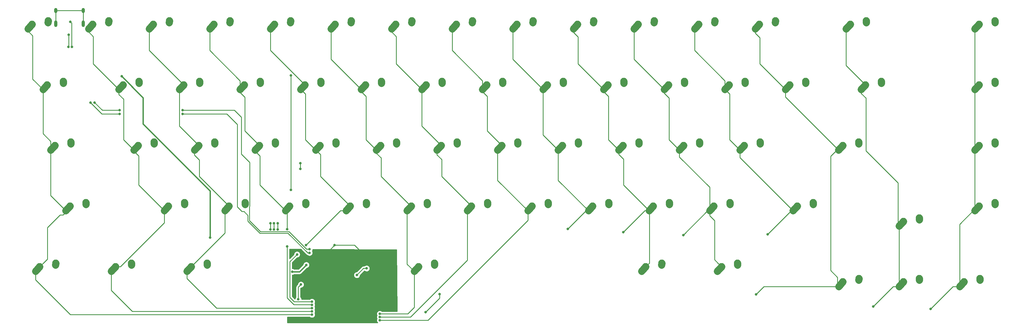
<source format=gtl>
G04 #@! TF.GenerationSoftware,KiCad,Pcbnew,(5.1.5)-3*
G04 #@! TF.CreationDate,2020-02-18T21:35:31-05:00*
G04 #@! TF.ProjectId,Keyboard PCB,4b657962-6f61-4726-9420-5043422e6b69,rev?*
G04 #@! TF.SameCoordinates,Original*
G04 #@! TF.FileFunction,Copper,L1,Top*
G04 #@! TF.FilePolarity,Positive*
%FSLAX46Y46*%
G04 Gerber Fmt 4.6, Leading zero omitted, Abs format (unit mm)*
G04 Created by KiCad (PCBNEW (5.1.5)-3) date 2020-02-18 21:35:31*
%MOMM*%
%LPD*%
G04 APERTURE LIST*
%ADD10C,2.250000*%
%ADD11C,2.250000*%
%ADD12O,1.000000X2.100000*%
%ADD13O,1.000000X1.600000*%
%ADD14C,0.800000*%
%ADD15C,0.254000*%
%ADD16C,0.381000*%
G04 APERTURE END LIST*
D10*
X41950000Y119093750D03*
D11*
X40640000Y117633750D02*
X41950002Y119093750D01*
D10*
X46990000Y120173750D03*
D11*
X46950000Y119593750D02*
X46990000Y120173750D01*
D12*
X30353000Y119264000D03*
X38993000Y119264000D03*
D13*
X30353000Y123444000D03*
X38993000Y123444000D03*
D10*
X22900000Y119093750D03*
D11*
X21590000Y117633750D02*
X22900002Y119093750D01*
D10*
X27940000Y120173750D03*
D11*
X27900000Y119593750D02*
X27940000Y120173750D01*
D10*
X315793750Y38131250D03*
D11*
X314483750Y36671250D02*
X315793752Y38131250D01*
D10*
X320833750Y39211250D03*
D11*
X320793750Y38631250D02*
X320833750Y39211250D01*
D10*
X320556750Y61943750D03*
D11*
X319246750Y60483750D02*
X320556752Y61943750D01*
D10*
X325596750Y63023750D03*
D11*
X325556750Y62443750D02*
X325596750Y63023750D01*
D10*
X103862500Y61943750D03*
D11*
X102552500Y60483750D02*
X103862502Y61943750D01*
D10*
X108902500Y63023750D03*
D11*
X108862500Y62443750D02*
X108902500Y63023750D01*
D10*
X84812500Y61943750D03*
D11*
X83502500Y60483750D02*
X84812502Y61943750D01*
D10*
X89852500Y63023750D03*
D11*
X89812500Y62443750D02*
X89852500Y63023750D01*
D10*
X122912500Y61943750D03*
D11*
X121602500Y60483750D02*
X122912502Y61943750D01*
D10*
X127952500Y63023750D03*
D11*
X127912500Y62443750D02*
X127952500Y63023750D01*
D10*
X144343750Y42893750D03*
D11*
X143033750Y41433750D02*
X144343752Y42893750D01*
D10*
X149383750Y43973750D03*
D11*
X149343750Y43393750D02*
X149383750Y43973750D01*
D10*
X277747750Y38130750D03*
D11*
X276437750Y36670750D02*
X277747752Y38130750D01*
D10*
X282787750Y39210750D03*
D11*
X282747750Y38630750D02*
X282787750Y39210750D01*
D10*
X320556250Y81011250D03*
D11*
X319246250Y79551250D02*
X320556252Y81011250D01*
D10*
X325596250Y82091250D03*
D11*
X325556250Y81511250D02*
X325596250Y82091250D01*
D10*
X320556250Y100061250D03*
D11*
X319246250Y98601250D02*
X320556252Y100061250D01*
D10*
X325596250Y101141250D03*
D11*
X325556250Y100561250D02*
X325596250Y101141250D01*
D10*
X320556250Y119111250D03*
D11*
X319246250Y117651250D02*
X320556252Y119111250D01*
D10*
X325596250Y120191250D03*
D11*
X325556250Y119611250D02*
X325596250Y120191250D01*
D10*
X296743750Y38131250D03*
D11*
X295433750Y36671250D02*
X296743752Y38131250D01*
D10*
X301783750Y39211250D03*
D11*
X301743750Y38631250D02*
X301783750Y39211250D01*
D10*
X296743750Y57130750D03*
D11*
X295433750Y55670750D02*
X296743752Y57130750D01*
D10*
X301783750Y58210750D03*
D11*
X301743750Y57630750D02*
X301783750Y58210750D01*
D10*
X261025000Y100043750D03*
D11*
X259715000Y98583750D02*
X261025002Y100043750D01*
D10*
X266065000Y101123750D03*
D11*
X266025000Y100543750D02*
X266065000Y101123750D01*
D10*
X251500000Y119093750D03*
D11*
X250190000Y117633750D02*
X251500002Y119093750D01*
D10*
X256540000Y120173750D03*
D11*
X256500000Y119593750D02*
X256540000Y120173750D01*
D10*
X277693750Y80993750D03*
D11*
X276383750Y79533750D02*
X277693752Y80993750D01*
D10*
X282733750Y82073750D03*
D11*
X282693750Y81493750D02*
X282733750Y82073750D01*
D10*
X284837500Y100043750D03*
D11*
X283527500Y98583750D02*
X284837502Y100043750D01*
D10*
X289877500Y101123750D03*
D11*
X289837500Y100543750D02*
X289877500Y101123750D01*
D10*
X280075000Y119093750D03*
D11*
X278765000Y117633750D02*
X280075002Y119093750D01*
D10*
X285115000Y120173750D03*
D11*
X285075000Y119593750D02*
X285115000Y120173750D01*
D10*
X263406250Y61943750D03*
D11*
X262096250Y60483750D02*
X263406252Y61943750D01*
D10*
X268446250Y63023750D03*
D11*
X268406250Y62443750D02*
X268446250Y63023750D01*
D10*
X246737500Y80993750D03*
D11*
X245427500Y79533750D02*
X246737502Y80993750D01*
D10*
X251777500Y82073750D03*
D11*
X251737500Y81493750D02*
X251777500Y82073750D01*
D10*
X241975000Y100043750D03*
D11*
X240665000Y98583750D02*
X241975002Y100043750D01*
D10*
X247015000Y101123750D03*
D11*
X246975000Y100543750D02*
X247015000Y101123750D01*
D10*
X232450000Y119093750D03*
D11*
X231140000Y117633750D02*
X232450002Y119093750D01*
D10*
X237490000Y120173750D03*
D11*
X237450000Y119593750D02*
X237490000Y120173750D01*
D10*
X239593750Y42893750D03*
D11*
X238283750Y41433750D02*
X239593752Y42893750D01*
D10*
X244633750Y43973750D03*
D11*
X244593750Y43393750D02*
X244633750Y43973750D01*
D10*
X237212500Y61943750D03*
D11*
X235902500Y60483750D02*
X237212502Y61943750D01*
D10*
X242252500Y63023750D03*
D11*
X242212500Y62443750D02*
X242252500Y63023750D01*
D10*
X227687500Y80993750D03*
D11*
X226377500Y79533750D02*
X227687502Y80993750D01*
D10*
X232727500Y82073750D03*
D11*
X232687500Y81493750D02*
X232727500Y82073750D01*
D10*
X222925000Y100043750D03*
D11*
X221615000Y98583750D02*
X222925002Y100043750D01*
D10*
X227965000Y101123750D03*
D11*
X227925000Y100543750D02*
X227965000Y101123750D01*
D10*
X213400000Y119093750D03*
D11*
X212090000Y117633750D02*
X213400002Y119093750D01*
D10*
X218440000Y120173750D03*
D11*
X218400000Y119593750D02*
X218440000Y120173750D01*
D10*
X215781250Y42893750D03*
D11*
X214471250Y41433750D02*
X215781252Y42893750D01*
D10*
X220821250Y43973750D03*
D11*
X220781250Y43393750D02*
X220821250Y43973750D01*
D10*
X218162500Y61943750D03*
D11*
X216852500Y60483750D02*
X218162502Y61943750D01*
D10*
X223202500Y63023750D03*
D11*
X223162500Y62443750D02*
X223202500Y63023750D01*
D10*
X208637500Y80993750D03*
D11*
X207327500Y79533750D02*
X208637502Y80993750D01*
D10*
X213677500Y82073750D03*
D11*
X213637500Y81493750D02*
X213677500Y82073750D01*
D10*
X203875000Y100043750D03*
D11*
X202565000Y98583750D02*
X203875002Y100043750D01*
D10*
X208915000Y101123750D03*
D11*
X208875000Y100543750D02*
X208915000Y101123750D01*
D10*
X194350000Y119093750D03*
D11*
X193040000Y117633750D02*
X194350002Y119093750D01*
D10*
X199390000Y120173750D03*
D11*
X199350000Y119593750D02*
X199390000Y120173750D01*
D10*
X199112500Y61943750D03*
D11*
X197802500Y60483750D02*
X199112502Y61943750D01*
D10*
X204152500Y63023750D03*
D11*
X204112500Y62443750D02*
X204152500Y63023750D01*
D10*
X189587500Y80993750D03*
D11*
X188277500Y79533750D02*
X189587502Y80993750D01*
D10*
X194627500Y82073750D03*
D11*
X194587500Y81493750D02*
X194627500Y82073750D01*
D10*
X184825000Y100043750D03*
D11*
X183515000Y98583750D02*
X184825002Y100043750D01*
D10*
X189865000Y101123750D03*
D11*
X189825000Y100543750D02*
X189865000Y101123750D01*
D10*
X175300000Y119093750D03*
D11*
X173990000Y117633750D02*
X175300002Y119093750D01*
D10*
X180340000Y120173750D03*
D11*
X180300000Y119593750D02*
X180340000Y120173750D01*
D10*
X180062500Y61943750D03*
D11*
X178752500Y60483750D02*
X180062502Y61943750D01*
D10*
X185102500Y63023750D03*
D11*
X185062500Y62443750D02*
X185102500Y63023750D01*
D10*
X170537500Y80993750D03*
D11*
X169227500Y79533750D02*
X170537502Y80993750D01*
D10*
X175577500Y82073750D03*
D11*
X175537500Y81493750D02*
X175577500Y82073750D01*
D10*
X165775000Y100043750D03*
D11*
X164465000Y98583750D02*
X165775002Y100043750D01*
D10*
X170815000Y101123750D03*
D11*
X170775000Y100543750D02*
X170815000Y101123750D01*
D10*
X156250000Y119093750D03*
D11*
X154940000Y117633750D02*
X156250002Y119093750D01*
D10*
X161290000Y120173750D03*
D11*
X161250000Y119593750D02*
X161290000Y120173750D01*
D10*
X161012500Y61943750D03*
D11*
X159702500Y60483750D02*
X161012502Y61943750D01*
D10*
X166052500Y63023750D03*
D11*
X166012500Y62443750D02*
X166052500Y63023750D01*
D10*
X151487500Y80993750D03*
D11*
X150177500Y79533750D02*
X151487502Y80993750D01*
D10*
X156527500Y82073750D03*
D11*
X156487500Y81493750D02*
X156527500Y82073750D01*
D10*
X146725000Y100043750D03*
D11*
X145415000Y98583750D02*
X146725002Y100043750D01*
D10*
X151765000Y101123750D03*
D11*
X151725000Y100543750D02*
X151765000Y101123750D01*
D10*
X137200000Y119093750D03*
D11*
X135890000Y117633750D02*
X137200002Y119093750D01*
D10*
X142240000Y120173750D03*
D11*
X142200000Y119593750D02*
X142240000Y120173750D01*
D10*
X142089500Y61943750D03*
D11*
X140779500Y60483750D02*
X142089502Y61943750D01*
D10*
X147129500Y63023750D03*
D11*
X147089500Y62443750D02*
X147129500Y63023750D01*
D10*
X132437500Y80993750D03*
D11*
X131127500Y79533750D02*
X132437502Y80993750D01*
D10*
X137477500Y82073750D03*
D11*
X137437500Y81493750D02*
X137477500Y82073750D01*
D10*
X127675000Y100043750D03*
D11*
X126365000Y98583750D02*
X127675002Y100043750D01*
D10*
X132715000Y101123750D03*
D11*
X132675000Y100543750D02*
X132715000Y101123750D01*
D10*
X118150000Y119093750D03*
D11*
X116840000Y117633750D02*
X118150002Y119093750D01*
D10*
X123190000Y120173750D03*
D11*
X123150000Y119593750D02*
X123190000Y120173750D01*
D10*
X113387500Y80993750D03*
D11*
X112077500Y79533750D02*
X113387502Y80993750D01*
D10*
X118427500Y82073750D03*
D11*
X118387500Y81493750D02*
X118427500Y82073750D01*
D10*
X108625000Y100043750D03*
D11*
X107315000Y98583750D02*
X108625002Y100043750D01*
D10*
X113665000Y101123750D03*
D11*
X113625000Y100543750D02*
X113665000Y101123750D01*
D10*
X99100000Y119093750D03*
D11*
X97790000Y117633750D02*
X99100002Y119093750D01*
D10*
X104140000Y120173750D03*
D11*
X104100000Y119593750D02*
X104140000Y120173750D01*
D10*
X94337500Y80993750D03*
D11*
X93027500Y79533750D02*
X94337502Y80993750D01*
D10*
X99377500Y82073750D03*
D11*
X99337500Y81493750D02*
X99377500Y82073750D01*
D10*
X89575000Y100043750D03*
D11*
X88265000Y98583750D02*
X89575002Y100043750D01*
D10*
X94615000Y101123750D03*
D11*
X94575000Y100543750D02*
X94615000Y101123750D01*
D10*
X80050000Y119093750D03*
D11*
X78740000Y117633750D02*
X80050002Y119093750D01*
D10*
X85090000Y120173750D03*
D11*
X85050000Y119593750D02*
X85090000Y120173750D01*
D10*
X72906250Y42893750D03*
D11*
X71596250Y41433750D02*
X72906252Y42893750D01*
D10*
X77946250Y43973750D03*
D11*
X77906250Y43393750D02*
X77946250Y43973750D01*
D10*
X75287500Y80993750D03*
D11*
X73977500Y79533750D02*
X75287502Y80993750D01*
D10*
X80327500Y82073750D03*
D11*
X80287500Y81493750D02*
X80327500Y82073750D01*
D10*
X70525000Y100043750D03*
D11*
X69215000Y98583750D02*
X70525002Y100043750D01*
D10*
X75565000Y101123750D03*
D11*
X75525000Y100543750D02*
X75565000Y101123750D01*
D10*
X61000000Y119093750D03*
D11*
X59690000Y117633750D02*
X61000002Y119093750D01*
D10*
X66040000Y120173750D03*
D11*
X66000000Y119593750D02*
X66040000Y120173750D01*
D10*
X49093750Y42893750D03*
D11*
X47783750Y41433750D02*
X49093752Y42893750D01*
D10*
X54133750Y43973750D03*
D11*
X54093750Y43393750D02*
X54133750Y43973750D01*
D10*
X65762500Y61943750D03*
D11*
X64452500Y60483750D02*
X65762502Y61943750D01*
D10*
X70802500Y63023750D03*
D11*
X70762500Y62443750D02*
X70802500Y63023750D01*
D10*
X56237500Y80993750D03*
D11*
X54927500Y79533750D02*
X56237502Y80993750D01*
D10*
X61277500Y82073750D03*
D11*
X61237500Y81493750D02*
X61277500Y82073750D01*
D10*
X51475000Y100043750D03*
D11*
X50165000Y98583750D02*
X51475002Y100043750D01*
D10*
X56515000Y101123750D03*
D11*
X56475000Y100543750D02*
X56515000Y101123750D01*
D10*
X25281250Y42893750D03*
D11*
X23971250Y41433750D02*
X25281252Y42893750D01*
D10*
X30321250Y43973750D03*
D11*
X30281250Y43393750D02*
X30321250Y43973750D01*
D10*
X34806250Y61943750D03*
D11*
X33496250Y60483750D02*
X34806252Y61943750D01*
D10*
X39846250Y63023750D03*
D11*
X39806250Y62443750D02*
X39846250Y63023750D01*
D10*
X30043750Y80993750D03*
D11*
X28733750Y79533750D02*
X30043752Y80993750D01*
D10*
X35083750Y82073750D03*
D11*
X35043750Y81493750D02*
X35083750Y82073750D01*
D10*
X27662500Y100043750D03*
D11*
X26352500Y98583750D02*
X27662502Y100043750D01*
D10*
X32702500Y101123750D03*
D11*
X32662500Y100543750D02*
X32702500Y101123750D01*
D14*
X135636000Y34544000D03*
X135636000Y30353000D03*
X117983000Y49657000D03*
X126904750Y45402500D03*
X113376001Y42129001D03*
X104648000Y41275000D03*
X109093000Y43434000D03*
X78867000Y52070000D03*
X51037691Y102724001D03*
X124968000Y40259000D03*
X128047750Y42354500D03*
X100076000Y54610000D03*
X100076000Y56515000D03*
X104267000Y102997000D03*
X104267000Y67056000D03*
X107188000Y73660000D03*
X107188000Y75438000D03*
X98933000Y54610000D03*
X98933000Y56515000D03*
X97790000Y54610000D03*
X97790000Y56515000D03*
X110871000Y27813000D03*
X110871000Y28829000D03*
X110871000Y29845000D03*
X110871000Y30861000D03*
X103060500Y49212500D03*
X103060500Y54673500D03*
X110871000Y31877000D03*
X106172000Y46736000D03*
X108981394Y49641606D03*
X132207000Y28067000D03*
X132207000Y27051000D03*
X132207000Y26035000D03*
X191293750Y54768750D03*
X208756250Y53721000D03*
X227584000Y52832000D03*
X254127000Y53086000D03*
X250444000Y34163000D03*
X287274000Y30353000D03*
X305320739Y29603739D03*
X34417000Y115824000D03*
X34290000Y112014000D03*
X110109000Y47244000D03*
X70231000Y90932000D03*
X50419000Y90932000D03*
X41275000Y94488000D03*
X34925000Y119888000D03*
X35433000Y112014000D03*
X110109000Y48387000D03*
X70231000Y92075000D03*
X50419000Y92075000D03*
X42545000Y94488000D03*
X151003000Y34290000D03*
X146558000Y28575000D03*
X107383616Y37269384D03*
X106573740Y32659740D03*
D15*
X117983000Y49657000D02*
X124206000Y49657000D01*
X126904750Y46958250D02*
X126904750Y45402500D01*
X124206000Y49657000D02*
X126904750Y46958250D01*
X113376001Y45050001D02*
X117983000Y49657000D01*
X113376001Y42129001D02*
X113376001Y45050001D01*
X135636000Y30918685D02*
X135636000Y34544000D01*
X135636000Y30353000D02*
X135636000Y30918685D01*
X30353000Y119264000D02*
X30353000Y123444000D01*
X38239000Y123444000D02*
X30353000Y123444000D01*
X38993000Y123444000D02*
X38239000Y123444000D01*
X38993000Y122390000D02*
X38993000Y119264000D01*
X38993000Y123444000D02*
X38993000Y122390000D01*
D16*
X57789499Y87804693D02*
X78867000Y66727192D01*
X57789499Y95972193D02*
X57789499Y87804693D01*
X51037691Y102724001D02*
X51037691Y102724001D01*
X78867000Y66727192D02*
X78867000Y52070000D01*
X78867000Y52070000D02*
X78867000Y52070000D01*
X106934000Y41275000D02*
X109093000Y43434000D01*
X104648000Y41275000D02*
X106934000Y41275000D01*
X51037691Y102724001D02*
X57789499Y95972193D01*
D15*
X127063500Y42354500D02*
X128047750Y42354500D01*
X124968000Y40259000D02*
X127063500Y42354500D01*
X104267000Y102997000D02*
X104267000Y102997000D01*
X104267000Y102997000D02*
X104267000Y67056000D01*
X100076000Y54610000D02*
X100076000Y56515000D01*
X107188000Y73660000D02*
X107188000Y75438000D01*
X98933000Y54610000D02*
X98933000Y56515000D01*
X97790000Y56515000D02*
X97790000Y54610000D01*
X23079099Y115477901D02*
X23079099Y101857151D01*
X23079099Y101857151D02*
X26352500Y98583750D01*
X21590000Y116967000D02*
X23079099Y115477901D01*
X21590000Y117633750D02*
X21590000Y116967000D01*
X28733750Y82303750D02*
X28733750Y79533750D01*
X26352500Y84685000D02*
X28733750Y82303750D01*
X26352500Y98583750D02*
X26352500Y84685000D01*
X28733750Y65246250D02*
X33496250Y60483750D01*
X28733750Y79533750D02*
X28733750Y65246250D01*
X27689151Y45301651D02*
X26406249Y44018749D01*
X27689151Y55185613D02*
X27689151Y45301651D01*
X26406249Y44018749D02*
X25281250Y42893750D01*
X31649289Y59145751D02*
X27689151Y55185613D01*
X32602751Y59145751D02*
X31649289Y59145751D01*
X33496250Y60039250D02*
X32602751Y59145751D01*
X33496250Y60483750D02*
X33496250Y60039250D01*
X37205066Y27813000D02*
X110871000Y27813000D01*
X23971250Y41433750D02*
X23971250Y38760816D01*
X34919066Y27813000D02*
X37205066Y27813000D01*
X23971250Y38760816D02*
X34919066Y27813000D01*
X50684740Y42893750D02*
X49093750Y42893750D01*
X64452500Y56661510D02*
X50684740Y42893750D01*
X64452500Y60483750D02*
X64452500Y56661510D01*
X56416599Y77695401D02*
X56416599Y68519651D01*
X56416599Y68519651D02*
X64452500Y60483750D01*
X54927500Y79184500D02*
X56416599Y77695401D01*
X54927500Y79533750D02*
X54927500Y79184500D01*
X51654099Y82807151D02*
X54927500Y79533750D01*
X51654099Y95538901D02*
X51654099Y82807151D01*
X50165000Y97028000D02*
X51654099Y95538901D01*
X50165000Y98583750D02*
X50165000Y97028000D01*
X42129099Y106619651D02*
X50165000Y98583750D01*
X42129099Y115223901D02*
X42129099Y106619651D01*
X40640000Y116713000D02*
X42129099Y115223901D01*
X40640000Y117633750D02*
X40640000Y116713000D01*
X47783750Y35463788D02*
X47783750Y41433750D01*
X110871000Y28829000D02*
X54418538Y28829000D01*
X54418538Y28829000D02*
X47783750Y35463788D01*
X59690000Y110878750D02*
X70525000Y100043750D01*
X59690000Y117633750D02*
X59690000Y110878750D01*
X69215000Y87066250D02*
X75287500Y80993750D01*
X69215000Y98583750D02*
X69215000Y87066250D01*
X83687501Y63068749D02*
X84812500Y61943750D01*
X75466599Y71289651D02*
X83687501Y63068749D01*
X75466599Y76425401D02*
X75466599Y71289651D01*
X73977500Y77914500D02*
X75466599Y76425401D01*
X73977500Y79533750D02*
X73977500Y77914500D01*
X71596250Y41583750D02*
X71596250Y41433750D01*
X83502500Y53490000D02*
X71596250Y41583750D01*
X83502500Y60483750D02*
X83502500Y53490000D01*
X71596250Y41433750D02*
X71596250Y39148712D01*
X83185962Y29845000D02*
X110871000Y29845000D01*
X71596250Y39148712D02*
X80899962Y29845000D01*
X80899962Y29845000D02*
X83185962Y29845000D01*
X88265000Y101353750D02*
X88265000Y98583750D01*
X78740000Y110878750D02*
X88265000Y101353750D01*
X78740000Y117633750D02*
X78740000Y110878750D01*
X93212501Y82118749D02*
X94337500Y80993750D01*
X89754099Y85577151D02*
X93212501Y82118749D01*
X88265000Y97663000D02*
X89754099Y96173901D01*
X89754099Y96173901D02*
X89754099Y85577151D01*
X88265000Y98583750D02*
X88265000Y97663000D01*
X94516599Y68519651D02*
X102552500Y60483750D01*
X94516599Y77695401D02*
X94516599Y68519651D01*
X93027500Y79184500D02*
X94516599Y77695401D01*
X93027500Y79533750D02*
X93027500Y79184500D01*
X103124000Y59912250D02*
X102552500Y60483750D01*
X103060500Y59975750D02*
X102552500Y60483750D01*
X103060500Y33083500D02*
X103060500Y49212500D01*
X110871000Y30988000D02*
X105156000Y30988000D01*
X105156000Y30988000D02*
X103060500Y33083500D01*
X103060500Y54673500D02*
X103060500Y59975750D01*
X97790000Y110878750D02*
X108625000Y100043750D01*
X97790000Y117633750D02*
X97790000Y110878750D01*
X108804099Y97157783D02*
X108804099Y82807151D01*
X108804099Y82807151D02*
X112077500Y79533750D01*
X107378132Y98583750D02*
X108804099Y97157783D01*
X107315000Y98583750D02*
X107378132Y98583750D01*
X121787501Y63068749D02*
X122912500Y61943750D01*
X113566599Y71289651D02*
X121787501Y63068749D01*
X113566599Y78076401D02*
X113566599Y71289651D01*
X112109250Y79533750D02*
X113566599Y78076401D01*
X112077500Y79533750D02*
X112109250Y79533750D01*
X121602500Y60483750D02*
X121093538Y60483750D01*
X103920999Y44484999D02*
X106172000Y46736000D01*
X103920999Y33239001D02*
X103920999Y44484999D01*
X110871000Y31877000D02*
X105283000Y31877000D01*
X105283000Y31877000D02*
X103920999Y33239001D01*
X119823538Y60483750D02*
X108981394Y49641606D01*
X121602500Y60483750D02*
X119823538Y60483750D01*
X116840000Y108108750D02*
X126365000Y98583750D01*
X116840000Y117633750D02*
X116840000Y108108750D01*
X127854099Y82807151D02*
X131127500Y79533750D01*
X127854099Y96427901D02*
X127854099Y82807151D01*
X126365000Y97917000D02*
X127854099Y96427901D01*
X126365000Y98583750D02*
X126365000Y97917000D01*
X140837501Y63068749D02*
X141962500Y61943750D01*
X132616599Y71289651D02*
X140837501Y63068749D01*
X131127500Y78549500D02*
X132616599Y77060401D01*
X132616599Y77060401D02*
X132616599Y71289651D01*
X131127500Y79533750D02*
X131127500Y78549500D01*
X142524788Y41433750D02*
X143033750Y41433750D01*
X143033750Y30130750D02*
X143033750Y41433750D01*
X132207000Y28067000D02*
X140970000Y28067000D01*
X140970000Y28067000D02*
X143033750Y30130750D01*
X140779500Y43688000D02*
X140779500Y60483750D01*
X143033750Y41433750D02*
X140779500Y43688000D01*
X137379099Y115223901D02*
X137379099Y106619651D01*
X135890000Y116713000D02*
X137379099Y115223901D01*
X137379099Y106619651D02*
X145415000Y98583750D01*
X135890000Y117633750D02*
X135890000Y116713000D01*
X145415000Y87066250D02*
X151487500Y80993750D01*
X145415000Y98583750D02*
X145415000Y87066250D01*
X151666599Y71289651D02*
X159887501Y63068749D01*
X151666599Y76552401D02*
X151666599Y71289651D01*
X150177500Y78041500D02*
X151666599Y76552401D01*
X159887501Y63068749D02*
X161012500Y61943750D01*
X150177500Y79533750D02*
X150177500Y78041500D01*
X159193538Y60483750D02*
X159702500Y60483750D01*
X159702500Y44893538D02*
X159702500Y60483750D01*
X132207000Y27051000D02*
X141859962Y27051000D01*
X141859962Y27051000D02*
X159702500Y44893538D01*
X164465000Y101353750D02*
X164465000Y98583750D01*
X154940000Y110878750D02*
X164465000Y101353750D01*
X154940000Y117633750D02*
X154940000Y110878750D01*
X165954099Y85577151D02*
X169412501Y82118749D01*
X165954099Y96427901D02*
X165954099Y85577151D01*
X169412501Y82118749D02*
X170537500Y80993750D01*
X164465000Y97917000D02*
X165954099Y96427901D01*
X164465000Y98583750D02*
X164465000Y97917000D01*
X169227500Y70008750D02*
X178752500Y60483750D01*
X169227500Y79533750D02*
X169227500Y70008750D01*
X178752500Y57434788D02*
X178752500Y60483750D01*
X147352712Y26035000D02*
X178752500Y57434788D01*
X132207000Y26035000D02*
X147352712Y26035000D01*
X173990000Y108108750D02*
X183515000Y98583750D01*
X173990000Y117633750D02*
X173990000Y108108750D01*
X183515000Y84296250D02*
X188277500Y79533750D01*
X183515000Y98583750D02*
X183515000Y84296250D01*
X188277500Y70008750D02*
X197802500Y60483750D01*
X188277500Y79533750D02*
X188277500Y70008750D01*
X197293538Y60483750D02*
X197802500Y60483750D01*
X197135750Y60483750D02*
X197802500Y60483750D01*
X197008750Y60483750D02*
X191293750Y54768750D01*
X197802500Y60483750D02*
X197008750Y60483750D01*
X194529099Y106619651D02*
X202565000Y98583750D01*
X194529099Y115096901D02*
X194529099Y106619651D01*
X193040000Y116586000D02*
X194529099Y115096901D01*
X193040000Y117633750D02*
X193040000Y116586000D01*
X204054099Y96427901D02*
X204054099Y82807151D01*
X202565000Y97917000D02*
X204054099Y96427901D01*
X204054099Y82807151D02*
X207327500Y79533750D01*
X202565000Y98583750D02*
X202565000Y97917000D01*
X208816599Y76679401D02*
X208816599Y68519651D01*
X207327500Y78168500D02*
X208816599Y76679401D01*
X208816599Y68519651D02*
X216852500Y60483750D01*
X207327500Y79533750D02*
X207327500Y78168500D01*
X216906249Y60430001D02*
X216906249Y44018749D01*
X216906249Y44018749D02*
X215781250Y42893750D01*
X216852500Y60483750D02*
X216906249Y60430001D01*
X216343538Y60483750D02*
X216852500Y60483750D01*
X215519000Y60483750D02*
X216852500Y60483750D01*
X208756250Y53721000D02*
X215519000Y60483750D01*
X212090000Y108108750D02*
X221615000Y98583750D01*
X212090000Y117633750D02*
X212090000Y108108750D01*
X223104099Y82807151D02*
X226377500Y79533750D01*
X223104099Y95919901D02*
X223104099Y82807151D01*
X221615000Y97409000D02*
X223104099Y95919901D01*
X221615000Y98583750D02*
X221615000Y97409000D01*
X235902500Y67843816D02*
X235902500Y60483750D01*
X226377500Y77368816D02*
X235902500Y67843816D01*
X226377500Y79533750D02*
X226377500Y77368816D01*
X237391599Y45095901D02*
X238468751Y44018749D01*
X235902500Y58864500D02*
X237391599Y57375401D01*
X238468751Y44018749D02*
X239593750Y42893750D01*
X235902500Y60483750D02*
X235902500Y58864500D01*
X237391599Y57375401D02*
X237391599Y45095901D01*
X235235750Y60483750D02*
X235902500Y60483750D01*
X227584000Y52832000D02*
X235235750Y60483750D01*
X240665000Y101353750D02*
X240665000Y98583750D01*
X231140000Y110878750D02*
X240665000Y101353750D01*
X231140000Y117633750D02*
X231140000Y110878750D01*
X242154099Y82807151D02*
X245427500Y79533750D01*
X242154099Y97157783D02*
X242154099Y82807151D01*
X240728132Y98583750D02*
X242154099Y97157783D01*
X240665000Y98583750D02*
X240728132Y98583750D01*
X245427500Y77152500D02*
X262096250Y60483750D01*
X245427500Y79533750D02*
X245427500Y77152500D01*
X261587288Y60483750D02*
X262096250Y60483750D01*
X261524750Y60483750D02*
X262096250Y60483750D01*
X254127000Y53086000D02*
X261524750Y60483750D01*
X251679099Y106619651D02*
X259715000Y98583750D01*
X251679099Y114842901D02*
X251679099Y106619651D01*
X250190000Y116332000D02*
X251679099Y114842901D01*
X250190000Y117633750D02*
X250190000Y116332000D01*
X259715000Y96202500D02*
X276383750Y79533750D01*
X259715000Y98583750D02*
X259715000Y96202500D01*
X273911749Y77570711D02*
X273911749Y41683251D01*
X276383750Y79533750D02*
X275874788Y79533750D01*
X275874788Y79533750D02*
X273911749Y77570711D01*
X276044500Y39550500D02*
X276044500Y37458500D01*
X273911749Y41683251D02*
X276044500Y39550500D01*
X252951750Y36670750D02*
X276437750Y36670750D01*
X250444000Y34163000D02*
X252951750Y36670750D01*
X278765000Y106116250D02*
X284837500Y100043750D01*
X278765000Y117633750D02*
X278765000Y106116250D01*
X295094500Y58099490D02*
X295094500Y56508500D01*
X295094500Y69210934D02*
X295094500Y58099490D01*
X285016599Y79288835D02*
X295094500Y69210934D01*
X285016599Y95856401D02*
X285016599Y79288835D01*
X283527500Y97345500D02*
X285016599Y95856401D01*
X283527500Y98583750D02*
X283527500Y97345500D01*
X293592250Y36671250D02*
X295433750Y36671250D01*
X287274000Y30353000D02*
X293592250Y36671250D01*
X295433750Y36671250D02*
X295433750Y55670750D01*
X319771250Y99911250D02*
X318461250Y98601250D01*
X319771250Y80861250D02*
X318461250Y79551250D01*
X319771250Y61811250D02*
X318461250Y60501250D01*
X318737788Y60483750D02*
X319246750Y60483750D01*
X314483750Y56229712D02*
X318737788Y60483750D01*
X314483750Y36671250D02*
X314483750Y56229712D01*
X319246750Y79550750D02*
X319246250Y79551250D01*
X319246750Y60483750D02*
X319246750Y79550750D01*
X319246250Y79551250D02*
X319246250Y98601250D01*
X319246250Y98601250D02*
X319246250Y117651250D01*
X312388250Y36671250D02*
X314483750Y36671250D01*
X305320739Y29603739D02*
X312388250Y36671250D01*
X34417000Y115824000D02*
X34417000Y112522000D01*
X34417000Y112522000D02*
X34417000Y112141000D01*
X34417000Y112141000D02*
X34290000Y112014000D01*
X34290000Y112014000D02*
X34290000Y112014000D01*
X84074000Y90932000D02*
X70231000Y90932000D01*
X87376000Y87630000D02*
X84074000Y90932000D01*
X87376000Y61722000D02*
X87376000Y87630000D01*
X109543315Y47244000D02*
X103358326Y53428989D01*
X88871401Y60226599D02*
X87376000Y61722000D01*
X110109000Y47244000D02*
X109543315Y47244000D01*
X103358326Y53428989D02*
X94486232Y53428989D01*
X88871401Y60226599D02*
X89506401Y60226599D01*
X90736489Y57178732D02*
X94486232Y53428989D01*
X90736489Y58996511D02*
X90736489Y57178732D01*
X89506401Y60226599D02*
X90736489Y58996511D01*
X44831000Y90932000D02*
X50419000Y90932000D01*
X41275000Y94488000D02*
X44831000Y90932000D01*
X35324999Y119488001D02*
X35324999Y112540999D01*
X34925000Y119888000D02*
X35324999Y119488001D01*
X35324999Y112540999D02*
X35324999Y112249001D01*
X35324999Y112249001D02*
X35324999Y112122001D01*
X35324999Y112122001D02*
X35433000Y112014000D01*
X35433000Y112014000D02*
X35433000Y112014000D01*
X44958000Y92075000D02*
X42545000Y94488000D01*
X50419000Y92075000D02*
X44958000Y92075000D01*
X83820000Y92075000D02*
X70231000Y92075000D01*
X91304501Y61882567D02*
X91304501Y75667787D01*
X91190499Y61768565D02*
X91304501Y61882567D01*
X91304501Y75667787D02*
X88646000Y78326288D01*
X109160038Y48387000D02*
X103664039Y53882999D01*
X103664039Y53882999D02*
X94674289Y53882999D01*
X110109000Y48387000D02*
X109160038Y48387000D01*
X94674289Y53882999D02*
X91190499Y57366789D01*
X91190499Y57366789D02*
X91190499Y61768565D01*
X88646000Y78326288D02*
X88646000Y89916000D01*
X86487000Y92075000D02*
X83820000Y92075000D01*
X88646000Y89916000D02*
X86487000Y92075000D01*
X106573740Y36459508D02*
X107383616Y37269384D01*
X106573740Y32659740D02*
X106573740Y36459508D01*
X151003000Y33020000D02*
X151003000Y34290000D01*
X146558000Y28575000D02*
X151003000Y33020000D01*
G36*
X107338647Y48371037D02*
G01*
X108978036Y46731648D01*
X109001893Y46702578D01*
X109117923Y46607355D01*
X109250300Y46536598D01*
X109393937Y46493026D01*
X109396517Y46492772D01*
X109449226Y46440063D01*
X109618744Y46326795D01*
X109807102Y46248774D01*
X110007061Y46209000D01*
X110210939Y46209000D01*
X110410898Y46248774D01*
X110599256Y46326795D01*
X110768774Y46440063D01*
X110912937Y46584226D01*
X111026205Y46753744D01*
X111104226Y46942102D01*
X111144000Y47142061D01*
X111144000Y47345939D01*
X111104226Y47545898D01*
X111026205Y47734256D01*
X110971920Y47815500D01*
X111026205Y47896744D01*
X111104226Y48085102D01*
X111144000Y48285061D01*
X111144000Y48357047D01*
X137415183Y48260462D01*
X137597638Y28829000D01*
X132908711Y28829000D01*
X132866774Y28870937D01*
X132697256Y28984205D01*
X132508898Y29062226D01*
X132308939Y29102000D01*
X132105061Y29102000D01*
X131905102Y29062226D01*
X131716744Y28984205D01*
X131547226Y28870937D01*
X131403063Y28726774D01*
X131289795Y28557256D01*
X131211774Y28368898D01*
X131172000Y28168939D01*
X131172000Y27965061D01*
X131211774Y27765102D01*
X131289795Y27576744D01*
X131301651Y27559000D01*
X131289795Y27541256D01*
X131211774Y27352898D01*
X131172000Y27152939D01*
X131172000Y26949061D01*
X131211774Y26749102D01*
X131289795Y26560744D01*
X131301651Y26543000D01*
X131289795Y26525256D01*
X131211774Y26336898D01*
X131172000Y26136939D01*
X131172000Y25933061D01*
X131211774Y25733102D01*
X131289795Y25544744D01*
X131403063Y25375226D01*
X131512039Y25266250D01*
X103124000Y25266250D01*
X103124000Y27051000D01*
X110169289Y27051000D01*
X110211226Y27009063D01*
X110380744Y26895795D01*
X110569102Y26817774D01*
X110769061Y26778000D01*
X110972939Y26778000D01*
X111172898Y26817774D01*
X111361256Y26895795D01*
X111530774Y27009063D01*
X111674937Y27153226D01*
X111788205Y27322744D01*
X111866226Y27511102D01*
X111906000Y27711061D01*
X111906000Y27914939D01*
X111866226Y28114898D01*
X111788205Y28303256D01*
X111776349Y28321000D01*
X111788205Y28338744D01*
X111866226Y28527102D01*
X111906000Y28727061D01*
X111906000Y28930939D01*
X111866226Y29130898D01*
X111788205Y29319256D01*
X111776349Y29337000D01*
X111788205Y29354744D01*
X111866226Y29543102D01*
X111906000Y29743061D01*
X111906000Y29946939D01*
X111866226Y30146898D01*
X111788205Y30335256D01*
X111776349Y30353000D01*
X111788205Y30370744D01*
X111866226Y30559102D01*
X111906000Y30759061D01*
X111906000Y30962939D01*
X111866226Y31162898D01*
X111788205Y31351256D01*
X111776349Y31369000D01*
X111788205Y31386744D01*
X111866226Y31575102D01*
X111906000Y31775061D01*
X111906000Y31978939D01*
X111866226Y32178898D01*
X111788205Y32367256D01*
X111674937Y32536774D01*
X111530774Y32680937D01*
X111361256Y32794205D01*
X111172898Y32872226D01*
X110972939Y32912000D01*
X110769061Y32912000D01*
X110569102Y32872226D01*
X110380744Y32794205D01*
X110211226Y32680937D01*
X110169289Y32639000D01*
X107608740Y32639000D01*
X107608740Y32761679D01*
X107568966Y32961638D01*
X107490945Y33149996D01*
X107377677Y33319514D01*
X107335740Y33361451D01*
X107335740Y36143878D01*
X107426246Y36234384D01*
X107485555Y36234384D01*
X107685514Y36274158D01*
X107873872Y36352179D01*
X108043390Y36465447D01*
X108187553Y36609610D01*
X108300821Y36779128D01*
X108378842Y36967486D01*
X108418616Y37167445D01*
X108418616Y37371323D01*
X108378842Y37571282D01*
X108300821Y37759640D01*
X108187553Y37929158D01*
X108043390Y38073321D01*
X107873872Y38186589D01*
X107685514Y38264610D01*
X107485555Y38304384D01*
X107281677Y38304384D01*
X107081718Y38264610D01*
X106893360Y38186589D01*
X106723842Y38073321D01*
X106579679Y37929158D01*
X106466411Y37759640D01*
X106388390Y37571282D01*
X106348616Y37371323D01*
X106348616Y37312014D01*
X106061389Y37024787D01*
X106032319Y37000930D01*
X106008462Y36971860D01*
X106008461Y36971859D01*
X105937095Y36884900D01*
X105866339Y36752523D01*
X105822767Y36608886D01*
X105808054Y36459508D01*
X105811741Y36422075D01*
X105811740Y33361451D01*
X105769803Y33319514D01*
X105656535Y33149996D01*
X105578514Y32961638D01*
X105538740Y32761679D01*
X105538740Y32698891D01*
X104682999Y33554631D01*
X104682999Y40240000D01*
X104749939Y40240000D01*
X104949898Y40279774D01*
X105138256Y40357795D01*
X105142961Y40360939D01*
X123933000Y40360939D01*
X123933000Y40157061D01*
X123972774Y39957102D01*
X124050795Y39768744D01*
X124164063Y39599226D01*
X124308226Y39455063D01*
X124477744Y39341795D01*
X124666102Y39263774D01*
X124866061Y39224000D01*
X125069939Y39224000D01*
X125269898Y39263774D01*
X125458256Y39341795D01*
X125627774Y39455063D01*
X125771937Y39599226D01*
X125885205Y39768744D01*
X125963226Y39957102D01*
X126003000Y40157061D01*
X126003000Y40216370D01*
X127362585Y41575955D01*
X127387976Y41550563D01*
X127557494Y41437295D01*
X127745852Y41359274D01*
X127945811Y41319500D01*
X128149689Y41319500D01*
X128349648Y41359274D01*
X128538006Y41437295D01*
X128707524Y41550563D01*
X128851687Y41694726D01*
X128964955Y41864244D01*
X129042976Y42052602D01*
X129082750Y42252561D01*
X129082750Y42456439D01*
X129042976Y42656398D01*
X128964955Y42844756D01*
X128851687Y43014274D01*
X128707524Y43158437D01*
X128538006Y43271705D01*
X128349648Y43349726D01*
X128149689Y43389500D01*
X127945811Y43389500D01*
X127745852Y43349726D01*
X127557494Y43271705D01*
X127387976Y43158437D01*
X127346039Y43116500D01*
X127100923Y43116500D01*
X127063500Y43120186D01*
X127026077Y43116500D01*
X127026074Y43116500D01*
X126914122Y43105474D01*
X126770485Y43061902D01*
X126708864Y43028965D01*
X126638107Y42991145D01*
X126616189Y42973157D01*
X126522078Y42895922D01*
X126498216Y42866846D01*
X124925370Y41294000D01*
X124866061Y41294000D01*
X124666102Y41254226D01*
X124477744Y41176205D01*
X124308226Y41062937D01*
X124164063Y40918774D01*
X124050795Y40749256D01*
X123972774Y40560898D01*
X123933000Y40360939D01*
X105142961Y40360939D01*
X105275503Y40449500D01*
X106893450Y40449500D01*
X106934000Y40445506D01*
X106974550Y40449500D01*
X106974553Y40449500D01*
X107095826Y40461444D01*
X107251434Y40508647D01*
X107394842Y40585301D01*
X107520541Y40688459D01*
X107546398Y40719966D01*
X109233004Y42406572D01*
X109394898Y42438774D01*
X109583256Y42516795D01*
X109752774Y42630063D01*
X109896937Y42774226D01*
X110010205Y42943744D01*
X110088226Y43132102D01*
X110128000Y43332061D01*
X110128000Y43535939D01*
X110088226Y43735898D01*
X110010205Y43924256D01*
X109896937Y44093774D01*
X109752774Y44237937D01*
X109583256Y44351205D01*
X109394898Y44429226D01*
X109194939Y44469000D01*
X108991061Y44469000D01*
X108791102Y44429226D01*
X108602744Y44351205D01*
X108433226Y44237937D01*
X108289063Y44093774D01*
X108175795Y43924256D01*
X108097774Y43735898D01*
X108065572Y43574004D01*
X106592068Y42100500D01*
X105275503Y42100500D01*
X105138256Y42192205D01*
X104949898Y42270226D01*
X104749939Y42310000D01*
X104682999Y42310000D01*
X104682999Y44169369D01*
X106214631Y45701000D01*
X106273939Y45701000D01*
X106473898Y45740774D01*
X106662256Y45818795D01*
X106831774Y45932063D01*
X106975937Y46076226D01*
X107089205Y46245744D01*
X107167226Y46434102D01*
X107207000Y46634061D01*
X107207000Y46837939D01*
X107167226Y47037898D01*
X107089205Y47226256D01*
X106975937Y47395774D01*
X106831774Y47539937D01*
X106662256Y47653205D01*
X106473898Y47731226D01*
X106273939Y47771000D01*
X106070061Y47771000D01*
X105870102Y47731226D01*
X105681744Y47653205D01*
X105512226Y47539937D01*
X105368063Y47395774D01*
X105254795Y47226256D01*
X105176774Y47037898D01*
X105137000Y46837939D01*
X105137000Y46778631D01*
X103822500Y45464130D01*
X103822500Y48383964D01*
X107338647Y48371037D01*
G37*
X107338647Y48371037D02*
X108978036Y46731648D01*
X109001893Y46702578D01*
X109117923Y46607355D01*
X109250300Y46536598D01*
X109393937Y46493026D01*
X109396517Y46492772D01*
X109449226Y46440063D01*
X109618744Y46326795D01*
X109807102Y46248774D01*
X110007061Y46209000D01*
X110210939Y46209000D01*
X110410898Y46248774D01*
X110599256Y46326795D01*
X110768774Y46440063D01*
X110912937Y46584226D01*
X111026205Y46753744D01*
X111104226Y46942102D01*
X111144000Y47142061D01*
X111144000Y47345939D01*
X111104226Y47545898D01*
X111026205Y47734256D01*
X110971920Y47815500D01*
X111026205Y47896744D01*
X111104226Y48085102D01*
X111144000Y48285061D01*
X111144000Y48357047D01*
X137415183Y48260462D01*
X137597638Y28829000D01*
X132908711Y28829000D01*
X132866774Y28870937D01*
X132697256Y28984205D01*
X132508898Y29062226D01*
X132308939Y29102000D01*
X132105061Y29102000D01*
X131905102Y29062226D01*
X131716744Y28984205D01*
X131547226Y28870937D01*
X131403063Y28726774D01*
X131289795Y28557256D01*
X131211774Y28368898D01*
X131172000Y28168939D01*
X131172000Y27965061D01*
X131211774Y27765102D01*
X131289795Y27576744D01*
X131301651Y27559000D01*
X131289795Y27541256D01*
X131211774Y27352898D01*
X131172000Y27152939D01*
X131172000Y26949061D01*
X131211774Y26749102D01*
X131289795Y26560744D01*
X131301651Y26543000D01*
X131289795Y26525256D01*
X131211774Y26336898D01*
X131172000Y26136939D01*
X131172000Y25933061D01*
X131211774Y25733102D01*
X131289795Y25544744D01*
X131403063Y25375226D01*
X131512039Y25266250D01*
X103124000Y25266250D01*
X103124000Y27051000D01*
X110169289Y27051000D01*
X110211226Y27009063D01*
X110380744Y26895795D01*
X110569102Y26817774D01*
X110769061Y26778000D01*
X110972939Y26778000D01*
X111172898Y26817774D01*
X111361256Y26895795D01*
X111530774Y27009063D01*
X111674937Y27153226D01*
X111788205Y27322744D01*
X111866226Y27511102D01*
X111906000Y27711061D01*
X111906000Y27914939D01*
X111866226Y28114898D01*
X111788205Y28303256D01*
X111776349Y28321000D01*
X111788205Y28338744D01*
X111866226Y28527102D01*
X111906000Y28727061D01*
X111906000Y28930939D01*
X111866226Y29130898D01*
X111788205Y29319256D01*
X111776349Y29337000D01*
X111788205Y29354744D01*
X111866226Y29543102D01*
X111906000Y29743061D01*
X111906000Y29946939D01*
X111866226Y30146898D01*
X111788205Y30335256D01*
X111776349Y30353000D01*
X111788205Y30370744D01*
X111866226Y30559102D01*
X111906000Y30759061D01*
X111906000Y30962939D01*
X111866226Y31162898D01*
X111788205Y31351256D01*
X111776349Y31369000D01*
X111788205Y31386744D01*
X111866226Y31575102D01*
X111906000Y31775061D01*
X111906000Y31978939D01*
X111866226Y32178898D01*
X111788205Y32367256D01*
X111674937Y32536774D01*
X111530774Y32680937D01*
X111361256Y32794205D01*
X111172898Y32872226D01*
X110972939Y32912000D01*
X110769061Y32912000D01*
X110569102Y32872226D01*
X110380744Y32794205D01*
X110211226Y32680937D01*
X110169289Y32639000D01*
X107608740Y32639000D01*
X107608740Y32761679D01*
X107568966Y32961638D01*
X107490945Y33149996D01*
X107377677Y33319514D01*
X107335740Y33361451D01*
X107335740Y36143878D01*
X107426246Y36234384D01*
X107485555Y36234384D01*
X107685514Y36274158D01*
X107873872Y36352179D01*
X108043390Y36465447D01*
X108187553Y36609610D01*
X108300821Y36779128D01*
X108378842Y36967486D01*
X108418616Y37167445D01*
X108418616Y37371323D01*
X108378842Y37571282D01*
X108300821Y37759640D01*
X108187553Y37929158D01*
X108043390Y38073321D01*
X107873872Y38186589D01*
X107685514Y38264610D01*
X107485555Y38304384D01*
X107281677Y38304384D01*
X107081718Y38264610D01*
X106893360Y38186589D01*
X106723842Y38073321D01*
X106579679Y37929158D01*
X106466411Y37759640D01*
X106388390Y37571282D01*
X106348616Y37371323D01*
X106348616Y37312014D01*
X106061389Y37024787D01*
X106032319Y37000930D01*
X106008462Y36971860D01*
X106008461Y36971859D01*
X105937095Y36884900D01*
X105866339Y36752523D01*
X105822767Y36608886D01*
X105808054Y36459508D01*
X105811741Y36422075D01*
X105811740Y33361451D01*
X105769803Y33319514D01*
X105656535Y33149996D01*
X105578514Y32961638D01*
X105538740Y32761679D01*
X105538740Y32698891D01*
X104682999Y33554631D01*
X104682999Y40240000D01*
X104749939Y40240000D01*
X104949898Y40279774D01*
X105138256Y40357795D01*
X105142961Y40360939D01*
X123933000Y40360939D01*
X123933000Y40157061D01*
X123972774Y39957102D01*
X124050795Y39768744D01*
X124164063Y39599226D01*
X124308226Y39455063D01*
X124477744Y39341795D01*
X124666102Y39263774D01*
X124866061Y39224000D01*
X125069939Y39224000D01*
X125269898Y39263774D01*
X125458256Y39341795D01*
X125627774Y39455063D01*
X125771937Y39599226D01*
X125885205Y39768744D01*
X125963226Y39957102D01*
X126003000Y40157061D01*
X126003000Y40216370D01*
X127362585Y41575955D01*
X127387976Y41550563D01*
X127557494Y41437295D01*
X127745852Y41359274D01*
X127945811Y41319500D01*
X128149689Y41319500D01*
X128349648Y41359274D01*
X128538006Y41437295D01*
X128707524Y41550563D01*
X128851687Y41694726D01*
X128964955Y41864244D01*
X129042976Y42052602D01*
X129082750Y42252561D01*
X129082750Y42456439D01*
X129042976Y42656398D01*
X128964955Y42844756D01*
X128851687Y43014274D01*
X128707524Y43158437D01*
X128538006Y43271705D01*
X128349648Y43349726D01*
X128149689Y43389500D01*
X127945811Y43389500D01*
X127745852Y43349726D01*
X127557494Y43271705D01*
X127387976Y43158437D01*
X127346039Y43116500D01*
X127100923Y43116500D01*
X127063500Y43120186D01*
X127026077Y43116500D01*
X127026074Y43116500D01*
X126914122Y43105474D01*
X126770485Y43061902D01*
X126708864Y43028965D01*
X126638107Y42991145D01*
X126616189Y42973157D01*
X126522078Y42895922D01*
X126498216Y42866846D01*
X124925370Y41294000D01*
X124866061Y41294000D01*
X124666102Y41254226D01*
X124477744Y41176205D01*
X124308226Y41062937D01*
X124164063Y40918774D01*
X124050795Y40749256D01*
X123972774Y40560898D01*
X123933000Y40360939D01*
X105142961Y40360939D01*
X105275503Y40449500D01*
X106893450Y40449500D01*
X106934000Y40445506D01*
X106974550Y40449500D01*
X106974553Y40449500D01*
X107095826Y40461444D01*
X107251434Y40508647D01*
X107394842Y40585301D01*
X107520541Y40688459D01*
X107546398Y40719966D01*
X109233004Y42406572D01*
X109394898Y42438774D01*
X109583256Y42516795D01*
X109752774Y42630063D01*
X109896937Y42774226D01*
X110010205Y42943744D01*
X110088226Y43132102D01*
X110128000Y43332061D01*
X110128000Y43535939D01*
X110088226Y43735898D01*
X110010205Y43924256D01*
X109896937Y44093774D01*
X109752774Y44237937D01*
X109583256Y44351205D01*
X109394898Y44429226D01*
X109194939Y44469000D01*
X108991061Y44469000D01*
X108791102Y44429226D01*
X108602744Y44351205D01*
X108433226Y44237937D01*
X108289063Y44093774D01*
X108175795Y43924256D01*
X108097774Y43735898D01*
X108065572Y43574004D01*
X106592068Y42100500D01*
X105275503Y42100500D01*
X105138256Y42192205D01*
X104949898Y42270226D01*
X104749939Y42310000D01*
X104682999Y42310000D01*
X104682999Y44169369D01*
X106214631Y45701000D01*
X106273939Y45701000D01*
X106473898Y45740774D01*
X106662256Y45818795D01*
X106831774Y45932063D01*
X106975937Y46076226D01*
X107089205Y46245744D01*
X107167226Y46434102D01*
X107207000Y46634061D01*
X107207000Y46837939D01*
X107167226Y47037898D01*
X107089205Y47226256D01*
X106975937Y47395774D01*
X106831774Y47539937D01*
X106662256Y47653205D01*
X106473898Y47731226D01*
X106273939Y47771000D01*
X106070061Y47771000D01*
X105870102Y47731226D01*
X105681744Y47653205D01*
X105512226Y47539937D01*
X105368063Y47395774D01*
X105254795Y47226256D01*
X105176774Y47037898D01*
X105137000Y46837939D01*
X105137000Y46778631D01*
X103822500Y45464130D01*
X103822500Y48383964D01*
X107338647Y48371037D01*
M02*

</source>
